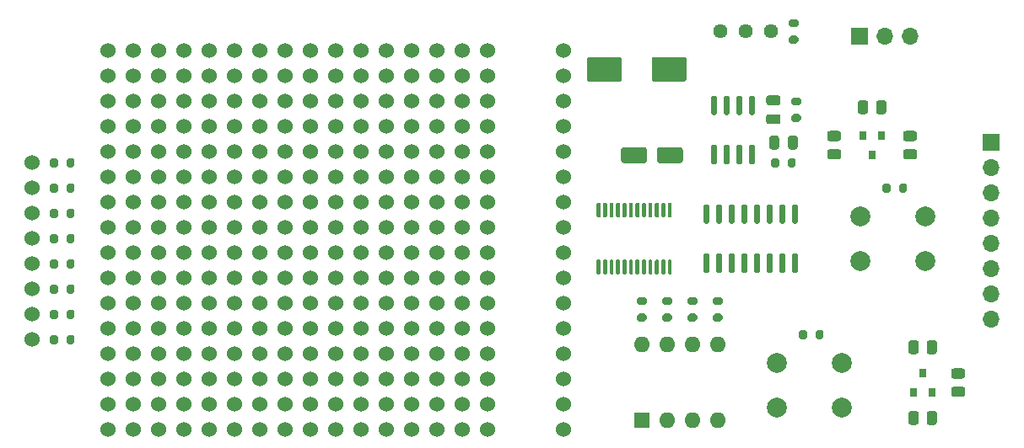
<source format=gbr>
%TF.GenerationSoftware,KiCad,Pcbnew,(5.1.10-1-10_14)*%
%TF.CreationDate,2021-11-01T23:58:36-04:00*%
%TF.ProjectId,DIODE-prototype-board,44494f44-452d-4707-926f-746f74797065,rev?*%
%TF.SameCoordinates,Original*%
%TF.FileFunction,Soldermask,Top*%
%TF.FilePolarity,Negative*%
%FSLAX46Y46*%
G04 Gerber Fmt 4.6, Leading zero omitted, Abs format (unit mm)*
G04 Created by KiCad (PCBNEW (5.1.10-1-10_14)) date 2021-11-01 23:58:36*
%MOMM*%
%LPD*%
G01*
G04 APERTURE LIST*
%ADD10R,0.800000X0.900000*%
%ADD11O,1.700000X1.700000*%
%ADD12R,1.700000X1.700000*%
%ADD13C,1.440000*%
%ADD14C,2.000000*%
%ADD15O,1.600000X1.600000*%
%ADD16R,1.600000X1.600000*%
%ADD17C,1.524000*%
G04 APERTURE END LIST*
%TO.C,R23*%
G36*
G01*
X156610000Y-161486001D02*
X156610000Y-160585999D01*
G75*
G02*
X156859999Y-160336000I249999J0D01*
G01*
X157385001Y-160336000D01*
G75*
G02*
X157635000Y-160585999I0J-249999D01*
G01*
X157635000Y-161486001D01*
G75*
G02*
X157385001Y-161736000I-249999J0D01*
G01*
X156859999Y-161736000D01*
G75*
G02*
X156610000Y-161486001I0J249999D01*
G01*
G37*
G36*
G01*
X154785000Y-161486001D02*
X154785000Y-160585999D01*
G75*
G02*
X155034999Y-160336000I249999J0D01*
G01*
X155560001Y-160336000D01*
G75*
G02*
X155810000Y-160585999I0J-249999D01*
G01*
X155810000Y-161486001D01*
G75*
G02*
X155560001Y-161736000I-249999J0D01*
G01*
X155034999Y-161736000D01*
G75*
G02*
X154785000Y-161486001I0J249999D01*
G01*
G37*
%TD*%
%TO.C,R22*%
G36*
G01*
X156610000Y-168598001D02*
X156610000Y-167697999D01*
G75*
G02*
X156859999Y-167448000I249999J0D01*
G01*
X157385001Y-167448000D01*
G75*
G02*
X157635000Y-167697999I0J-249999D01*
G01*
X157635000Y-168598001D01*
G75*
G02*
X157385001Y-168848000I-249999J0D01*
G01*
X156859999Y-168848000D01*
G75*
G02*
X156610000Y-168598001I0J249999D01*
G01*
G37*
G36*
G01*
X154785000Y-168598001D02*
X154785000Y-167697999D01*
G75*
G02*
X155034999Y-167448000I249999J0D01*
G01*
X155560001Y-167448000D01*
G75*
G02*
X155810000Y-167697999I0J-249999D01*
G01*
X155810000Y-168598001D01*
G75*
G02*
X155560001Y-168848000I-249999J0D01*
G01*
X155034999Y-168848000D01*
G75*
G02*
X154785000Y-168598001I0J249999D01*
G01*
G37*
%TD*%
%TO.C,R21*%
G36*
G01*
X159315999Y-164992000D02*
X160216001Y-164992000D01*
G75*
G02*
X160466000Y-165241999I0J-249999D01*
G01*
X160466000Y-165767001D01*
G75*
G02*
X160216001Y-166017000I-249999J0D01*
G01*
X159315999Y-166017000D01*
G75*
G02*
X159066000Y-165767001I0J249999D01*
G01*
X159066000Y-165241999D01*
G75*
G02*
X159315999Y-164992000I249999J0D01*
G01*
G37*
G36*
G01*
X159315999Y-163167000D02*
X160216001Y-163167000D01*
G75*
G02*
X160466000Y-163416999I0J-249999D01*
G01*
X160466000Y-163942001D01*
G75*
G02*
X160216001Y-164192000I-249999J0D01*
G01*
X159315999Y-164192000D01*
G75*
G02*
X159066000Y-163942001I0J249999D01*
G01*
X159066000Y-163416999D01*
G75*
G02*
X159315999Y-163167000I249999J0D01*
G01*
G37*
%TD*%
%TO.C,R20*%
G36*
G01*
X146869999Y-141116000D02*
X147770001Y-141116000D01*
G75*
G02*
X148020000Y-141365999I0J-249999D01*
G01*
X148020000Y-141891001D01*
G75*
G02*
X147770001Y-142141000I-249999J0D01*
G01*
X146869999Y-142141000D01*
G75*
G02*
X146620000Y-141891001I0J249999D01*
G01*
X146620000Y-141365999D01*
G75*
G02*
X146869999Y-141116000I249999J0D01*
G01*
G37*
G36*
G01*
X146869999Y-139291000D02*
X147770001Y-139291000D01*
G75*
G02*
X148020000Y-139540999I0J-249999D01*
G01*
X148020000Y-140066001D01*
G75*
G02*
X147770001Y-140316000I-249999J0D01*
G01*
X146869999Y-140316000D01*
G75*
G02*
X146620000Y-140066001I0J249999D01*
G01*
X146620000Y-139540999D01*
G75*
G02*
X146869999Y-139291000I249999J0D01*
G01*
G37*
%TD*%
%TO.C,R19*%
G36*
G01*
X155390001Y-140316000D02*
X154489999Y-140316000D01*
G75*
G02*
X154240000Y-140066001I0J249999D01*
G01*
X154240000Y-139540999D01*
G75*
G02*
X154489999Y-139291000I249999J0D01*
G01*
X155390001Y-139291000D01*
G75*
G02*
X155640000Y-139540999I0J-249999D01*
G01*
X155640000Y-140066001D01*
G75*
G02*
X155390001Y-140316000I-249999J0D01*
G01*
G37*
G36*
G01*
X155390001Y-142141000D02*
X154489999Y-142141000D01*
G75*
G02*
X154240000Y-141891001I0J249999D01*
G01*
X154240000Y-141365999D01*
G75*
G02*
X154489999Y-141116000I249999J0D01*
G01*
X155390001Y-141116000D01*
G75*
G02*
X155640000Y-141365999I0J-249999D01*
G01*
X155640000Y-141891001D01*
G75*
G02*
X155390001Y-142141000I-249999J0D01*
G01*
G37*
%TD*%
%TO.C,R18*%
G36*
G01*
X151530000Y-137356001D02*
X151530000Y-136455999D01*
G75*
G02*
X151779999Y-136206000I249999J0D01*
G01*
X152305001Y-136206000D01*
G75*
G02*
X152555000Y-136455999I0J-249999D01*
G01*
X152555000Y-137356001D01*
G75*
G02*
X152305001Y-137606000I-249999J0D01*
G01*
X151779999Y-137606000D01*
G75*
G02*
X151530000Y-137356001I0J249999D01*
G01*
G37*
G36*
G01*
X149705000Y-137356001D02*
X149705000Y-136455999D01*
G75*
G02*
X149954999Y-136206000I249999J0D01*
G01*
X150480001Y-136206000D01*
G75*
G02*
X150730000Y-136455999I0J-249999D01*
G01*
X150730000Y-137356001D01*
G75*
G02*
X150480001Y-137606000I-249999J0D01*
G01*
X149954999Y-137606000D01*
G75*
G02*
X149705000Y-137356001I0J249999D01*
G01*
G37*
%TD*%
D10*
%TO.C,Q2*%
X156210000Y-163592000D03*
X157160000Y-165592000D03*
X155260000Y-165592000D03*
%TD*%
%TO.C,Q1*%
X151130000Y-141716000D03*
X150180000Y-139716000D03*
X152080000Y-139716000D03*
%TD*%
D11*
%TO.C,J1*%
X163068000Y-158242000D03*
X163068000Y-155702000D03*
X163068000Y-153162000D03*
X163068000Y-150622000D03*
X163068000Y-148082000D03*
X163068000Y-145542000D03*
X163068000Y-143002000D03*
D12*
X163068000Y-140462000D03*
%TD*%
%TO.C,R17*%
G36*
G01*
X142665000Y-142769000D02*
X142665000Y-142219000D01*
G75*
G02*
X142865000Y-142019000I200000J0D01*
G01*
X143265000Y-142019000D01*
G75*
G02*
X143465000Y-142219000I0J-200000D01*
G01*
X143465000Y-142769000D01*
G75*
G02*
X143265000Y-142969000I-200000J0D01*
G01*
X142865000Y-142969000D01*
G75*
G02*
X142665000Y-142769000I0J200000D01*
G01*
G37*
G36*
G01*
X141015000Y-142769000D02*
X141015000Y-142219000D01*
G75*
G02*
X141215000Y-142019000I200000J0D01*
G01*
X141615000Y-142019000D01*
G75*
G02*
X141815000Y-142219000I0J-200000D01*
G01*
X141815000Y-142769000D01*
G75*
G02*
X141615000Y-142969000I-200000J0D01*
G01*
X141215000Y-142969000D01*
G75*
G02*
X141015000Y-142769000I0J200000D01*
G01*
G37*
%TD*%
%TO.C,D1*%
G36*
G01*
X141790000Y-140005750D02*
X141790000Y-140918250D01*
G75*
G02*
X141546250Y-141162000I-243750J0D01*
G01*
X141058750Y-141162000D01*
G75*
G02*
X140815000Y-140918250I0J243750D01*
G01*
X140815000Y-140005750D01*
G75*
G02*
X141058750Y-139762000I243750J0D01*
G01*
X141546250Y-139762000D01*
G75*
G02*
X141790000Y-140005750I0J-243750D01*
G01*
G37*
G36*
G01*
X143665000Y-140005750D02*
X143665000Y-140918250D01*
G75*
G02*
X143421250Y-141162000I-243750J0D01*
G01*
X142933750Y-141162000D01*
G75*
G02*
X142690000Y-140918250I0J243750D01*
G01*
X142690000Y-140005750D01*
G75*
G02*
X142933750Y-139762000I243750J0D01*
G01*
X143421250Y-139762000D01*
G75*
G02*
X143665000Y-140005750I0J-243750D01*
G01*
G37*
%TD*%
%TO.C,U4*%
G36*
G01*
X134643000Y-148614000D02*
X134343000Y-148614000D01*
G75*
G02*
X134193000Y-148464000I0J150000D01*
G01*
X134193000Y-146814000D01*
G75*
G02*
X134343000Y-146664000I150000J0D01*
G01*
X134643000Y-146664000D01*
G75*
G02*
X134793000Y-146814000I0J-150000D01*
G01*
X134793000Y-148464000D01*
G75*
G02*
X134643000Y-148614000I-150000J0D01*
G01*
G37*
G36*
G01*
X135913000Y-148614000D02*
X135613000Y-148614000D01*
G75*
G02*
X135463000Y-148464000I0J150000D01*
G01*
X135463000Y-146814000D01*
G75*
G02*
X135613000Y-146664000I150000J0D01*
G01*
X135913000Y-146664000D01*
G75*
G02*
X136063000Y-146814000I0J-150000D01*
G01*
X136063000Y-148464000D01*
G75*
G02*
X135913000Y-148614000I-150000J0D01*
G01*
G37*
G36*
G01*
X137183000Y-148614000D02*
X136883000Y-148614000D01*
G75*
G02*
X136733000Y-148464000I0J150000D01*
G01*
X136733000Y-146814000D01*
G75*
G02*
X136883000Y-146664000I150000J0D01*
G01*
X137183000Y-146664000D01*
G75*
G02*
X137333000Y-146814000I0J-150000D01*
G01*
X137333000Y-148464000D01*
G75*
G02*
X137183000Y-148614000I-150000J0D01*
G01*
G37*
G36*
G01*
X138453000Y-148614000D02*
X138153000Y-148614000D01*
G75*
G02*
X138003000Y-148464000I0J150000D01*
G01*
X138003000Y-146814000D01*
G75*
G02*
X138153000Y-146664000I150000J0D01*
G01*
X138453000Y-146664000D01*
G75*
G02*
X138603000Y-146814000I0J-150000D01*
G01*
X138603000Y-148464000D01*
G75*
G02*
X138453000Y-148614000I-150000J0D01*
G01*
G37*
G36*
G01*
X139723000Y-148614000D02*
X139423000Y-148614000D01*
G75*
G02*
X139273000Y-148464000I0J150000D01*
G01*
X139273000Y-146814000D01*
G75*
G02*
X139423000Y-146664000I150000J0D01*
G01*
X139723000Y-146664000D01*
G75*
G02*
X139873000Y-146814000I0J-150000D01*
G01*
X139873000Y-148464000D01*
G75*
G02*
X139723000Y-148614000I-150000J0D01*
G01*
G37*
G36*
G01*
X140993000Y-148614000D02*
X140693000Y-148614000D01*
G75*
G02*
X140543000Y-148464000I0J150000D01*
G01*
X140543000Y-146814000D01*
G75*
G02*
X140693000Y-146664000I150000J0D01*
G01*
X140993000Y-146664000D01*
G75*
G02*
X141143000Y-146814000I0J-150000D01*
G01*
X141143000Y-148464000D01*
G75*
G02*
X140993000Y-148614000I-150000J0D01*
G01*
G37*
G36*
G01*
X142263000Y-148614000D02*
X141963000Y-148614000D01*
G75*
G02*
X141813000Y-148464000I0J150000D01*
G01*
X141813000Y-146814000D01*
G75*
G02*
X141963000Y-146664000I150000J0D01*
G01*
X142263000Y-146664000D01*
G75*
G02*
X142413000Y-146814000I0J-150000D01*
G01*
X142413000Y-148464000D01*
G75*
G02*
X142263000Y-148614000I-150000J0D01*
G01*
G37*
G36*
G01*
X143533000Y-148614000D02*
X143233000Y-148614000D01*
G75*
G02*
X143083000Y-148464000I0J150000D01*
G01*
X143083000Y-146814000D01*
G75*
G02*
X143233000Y-146664000I150000J0D01*
G01*
X143533000Y-146664000D01*
G75*
G02*
X143683000Y-146814000I0J-150000D01*
G01*
X143683000Y-148464000D01*
G75*
G02*
X143533000Y-148614000I-150000J0D01*
G01*
G37*
G36*
G01*
X143533000Y-153564000D02*
X143233000Y-153564000D01*
G75*
G02*
X143083000Y-153414000I0J150000D01*
G01*
X143083000Y-151764000D01*
G75*
G02*
X143233000Y-151614000I150000J0D01*
G01*
X143533000Y-151614000D01*
G75*
G02*
X143683000Y-151764000I0J-150000D01*
G01*
X143683000Y-153414000D01*
G75*
G02*
X143533000Y-153564000I-150000J0D01*
G01*
G37*
G36*
G01*
X142263000Y-153564000D02*
X141963000Y-153564000D01*
G75*
G02*
X141813000Y-153414000I0J150000D01*
G01*
X141813000Y-151764000D01*
G75*
G02*
X141963000Y-151614000I150000J0D01*
G01*
X142263000Y-151614000D01*
G75*
G02*
X142413000Y-151764000I0J-150000D01*
G01*
X142413000Y-153414000D01*
G75*
G02*
X142263000Y-153564000I-150000J0D01*
G01*
G37*
G36*
G01*
X140993000Y-153564000D02*
X140693000Y-153564000D01*
G75*
G02*
X140543000Y-153414000I0J150000D01*
G01*
X140543000Y-151764000D01*
G75*
G02*
X140693000Y-151614000I150000J0D01*
G01*
X140993000Y-151614000D01*
G75*
G02*
X141143000Y-151764000I0J-150000D01*
G01*
X141143000Y-153414000D01*
G75*
G02*
X140993000Y-153564000I-150000J0D01*
G01*
G37*
G36*
G01*
X139723000Y-153564000D02*
X139423000Y-153564000D01*
G75*
G02*
X139273000Y-153414000I0J150000D01*
G01*
X139273000Y-151764000D01*
G75*
G02*
X139423000Y-151614000I150000J0D01*
G01*
X139723000Y-151614000D01*
G75*
G02*
X139873000Y-151764000I0J-150000D01*
G01*
X139873000Y-153414000D01*
G75*
G02*
X139723000Y-153564000I-150000J0D01*
G01*
G37*
G36*
G01*
X138453000Y-153564000D02*
X138153000Y-153564000D01*
G75*
G02*
X138003000Y-153414000I0J150000D01*
G01*
X138003000Y-151764000D01*
G75*
G02*
X138153000Y-151614000I150000J0D01*
G01*
X138453000Y-151614000D01*
G75*
G02*
X138603000Y-151764000I0J-150000D01*
G01*
X138603000Y-153414000D01*
G75*
G02*
X138453000Y-153564000I-150000J0D01*
G01*
G37*
G36*
G01*
X137183000Y-153564000D02*
X136883000Y-153564000D01*
G75*
G02*
X136733000Y-153414000I0J150000D01*
G01*
X136733000Y-151764000D01*
G75*
G02*
X136883000Y-151614000I150000J0D01*
G01*
X137183000Y-151614000D01*
G75*
G02*
X137333000Y-151764000I0J-150000D01*
G01*
X137333000Y-153414000D01*
G75*
G02*
X137183000Y-153564000I-150000J0D01*
G01*
G37*
G36*
G01*
X135913000Y-153564000D02*
X135613000Y-153564000D01*
G75*
G02*
X135463000Y-153414000I0J150000D01*
G01*
X135463000Y-151764000D01*
G75*
G02*
X135613000Y-151614000I150000J0D01*
G01*
X135913000Y-151614000D01*
G75*
G02*
X136063000Y-151764000I0J-150000D01*
G01*
X136063000Y-153414000D01*
G75*
G02*
X135913000Y-153564000I-150000J0D01*
G01*
G37*
G36*
G01*
X134643000Y-153564000D02*
X134343000Y-153564000D01*
G75*
G02*
X134193000Y-153414000I0J150000D01*
G01*
X134193000Y-151764000D01*
G75*
G02*
X134343000Y-151614000I150000J0D01*
G01*
X134643000Y-151614000D01*
G75*
G02*
X134793000Y-151764000I0J-150000D01*
G01*
X134793000Y-153414000D01*
G75*
G02*
X134643000Y-153564000I-150000J0D01*
G01*
G37*
%TD*%
%TO.C,C3*%
G36*
G01*
X126008000Y-132096000D02*
X126008000Y-134096000D01*
G75*
G02*
X125758000Y-134346000I-250000J0D01*
G01*
X122758000Y-134346000D01*
G75*
G02*
X122508000Y-134096000I0J250000D01*
G01*
X122508000Y-132096000D01*
G75*
G02*
X122758000Y-131846000I250000J0D01*
G01*
X125758000Y-131846000D01*
G75*
G02*
X126008000Y-132096000I0J-250000D01*
G01*
G37*
G36*
G01*
X132508000Y-132096000D02*
X132508000Y-134096000D01*
G75*
G02*
X132258000Y-134346000I-250000J0D01*
G01*
X129258000Y-134346000D01*
G75*
G02*
X129008000Y-134096000I0J250000D01*
G01*
X129008000Y-132096000D01*
G75*
G02*
X129258000Y-131846000I250000J0D01*
G01*
X132258000Y-131846000D01*
G75*
G02*
X132508000Y-132096000I0J-250000D01*
G01*
G37*
%TD*%
%TO.C,C1*%
G36*
G01*
X140749000Y-137610000D02*
X141699000Y-137610000D01*
G75*
G02*
X141949000Y-137860000I0J-250000D01*
G01*
X141949000Y-138360000D01*
G75*
G02*
X141699000Y-138610000I-250000J0D01*
G01*
X140749000Y-138610000D01*
G75*
G02*
X140499000Y-138360000I0J250000D01*
G01*
X140499000Y-137860000D01*
G75*
G02*
X140749000Y-137610000I250000J0D01*
G01*
G37*
G36*
G01*
X140749000Y-135710000D02*
X141699000Y-135710000D01*
G75*
G02*
X141949000Y-135960000I0J-250000D01*
G01*
X141949000Y-136460000D01*
G75*
G02*
X141699000Y-136710000I-250000J0D01*
G01*
X140749000Y-136710000D01*
G75*
G02*
X140499000Y-136460000I0J250000D01*
G01*
X140499000Y-135960000D01*
G75*
G02*
X140749000Y-135710000I250000J0D01*
G01*
G37*
%TD*%
%TO.C,C2*%
G36*
G01*
X128532000Y-141182000D02*
X128532000Y-142282000D01*
G75*
G02*
X128282000Y-142532000I-250000J0D01*
G01*
X126182000Y-142532000D01*
G75*
G02*
X125932000Y-142282000I0J250000D01*
G01*
X125932000Y-141182000D01*
G75*
G02*
X126182000Y-140932000I250000J0D01*
G01*
X128282000Y-140932000D01*
G75*
G02*
X128532000Y-141182000I0J-250000D01*
G01*
G37*
G36*
G01*
X132132000Y-141182000D02*
X132132000Y-142282000D01*
G75*
G02*
X131882000Y-142532000I-250000J0D01*
G01*
X129782000Y-142532000D01*
G75*
G02*
X129532000Y-142282000I0J250000D01*
G01*
X129532000Y-141182000D01*
G75*
G02*
X129782000Y-140932000I250000J0D01*
G01*
X131882000Y-140932000D01*
G75*
G02*
X132132000Y-141182000I0J-250000D01*
G01*
G37*
%TD*%
D13*
%TO.C,RV2*%
X135890000Y-129286000D03*
X138430000Y-129286000D03*
X140970000Y-129286000D03*
%TD*%
D14*
%TO.C,SW4*%
X141582000Y-167132000D03*
X141582000Y-162632000D03*
X148082000Y-167132000D03*
X148082000Y-162632000D03*
%TD*%
%TO.C,SW2*%
X156464000Y-147900000D03*
X156464000Y-152400000D03*
X149964000Y-147900000D03*
X149964000Y-152400000D03*
%TD*%
%TO.C,U3*%
G36*
G01*
X130729000Y-152239000D02*
X130929000Y-152239000D01*
G75*
G02*
X131029000Y-152339000I0J-100000D01*
G01*
X131029000Y-153614000D01*
G75*
G02*
X130929000Y-153714000I-100000J0D01*
G01*
X130729000Y-153714000D01*
G75*
G02*
X130629000Y-153614000I0J100000D01*
G01*
X130629000Y-152339000D01*
G75*
G02*
X130729000Y-152239000I100000J0D01*
G01*
G37*
G36*
G01*
X130079000Y-152239000D02*
X130279000Y-152239000D01*
G75*
G02*
X130379000Y-152339000I0J-100000D01*
G01*
X130379000Y-153614000D01*
G75*
G02*
X130279000Y-153714000I-100000J0D01*
G01*
X130079000Y-153714000D01*
G75*
G02*
X129979000Y-153614000I0J100000D01*
G01*
X129979000Y-152339000D01*
G75*
G02*
X130079000Y-152239000I100000J0D01*
G01*
G37*
G36*
G01*
X129429000Y-152239000D02*
X129629000Y-152239000D01*
G75*
G02*
X129729000Y-152339000I0J-100000D01*
G01*
X129729000Y-153614000D01*
G75*
G02*
X129629000Y-153714000I-100000J0D01*
G01*
X129429000Y-153714000D01*
G75*
G02*
X129329000Y-153614000I0J100000D01*
G01*
X129329000Y-152339000D01*
G75*
G02*
X129429000Y-152239000I100000J0D01*
G01*
G37*
G36*
G01*
X128779000Y-152239000D02*
X128979000Y-152239000D01*
G75*
G02*
X129079000Y-152339000I0J-100000D01*
G01*
X129079000Y-153614000D01*
G75*
G02*
X128979000Y-153714000I-100000J0D01*
G01*
X128779000Y-153714000D01*
G75*
G02*
X128679000Y-153614000I0J100000D01*
G01*
X128679000Y-152339000D01*
G75*
G02*
X128779000Y-152239000I100000J0D01*
G01*
G37*
G36*
G01*
X128129000Y-152239000D02*
X128329000Y-152239000D01*
G75*
G02*
X128429000Y-152339000I0J-100000D01*
G01*
X128429000Y-153614000D01*
G75*
G02*
X128329000Y-153714000I-100000J0D01*
G01*
X128129000Y-153714000D01*
G75*
G02*
X128029000Y-153614000I0J100000D01*
G01*
X128029000Y-152339000D01*
G75*
G02*
X128129000Y-152239000I100000J0D01*
G01*
G37*
G36*
G01*
X127479000Y-152239000D02*
X127679000Y-152239000D01*
G75*
G02*
X127779000Y-152339000I0J-100000D01*
G01*
X127779000Y-153614000D01*
G75*
G02*
X127679000Y-153714000I-100000J0D01*
G01*
X127479000Y-153714000D01*
G75*
G02*
X127379000Y-153614000I0J100000D01*
G01*
X127379000Y-152339000D01*
G75*
G02*
X127479000Y-152239000I100000J0D01*
G01*
G37*
G36*
G01*
X126829000Y-152239000D02*
X127029000Y-152239000D01*
G75*
G02*
X127129000Y-152339000I0J-100000D01*
G01*
X127129000Y-153614000D01*
G75*
G02*
X127029000Y-153714000I-100000J0D01*
G01*
X126829000Y-153714000D01*
G75*
G02*
X126729000Y-153614000I0J100000D01*
G01*
X126729000Y-152339000D01*
G75*
G02*
X126829000Y-152239000I100000J0D01*
G01*
G37*
G36*
G01*
X126179000Y-152239000D02*
X126379000Y-152239000D01*
G75*
G02*
X126479000Y-152339000I0J-100000D01*
G01*
X126479000Y-153614000D01*
G75*
G02*
X126379000Y-153714000I-100000J0D01*
G01*
X126179000Y-153714000D01*
G75*
G02*
X126079000Y-153614000I0J100000D01*
G01*
X126079000Y-152339000D01*
G75*
G02*
X126179000Y-152239000I100000J0D01*
G01*
G37*
G36*
G01*
X125529000Y-152239000D02*
X125729000Y-152239000D01*
G75*
G02*
X125829000Y-152339000I0J-100000D01*
G01*
X125829000Y-153614000D01*
G75*
G02*
X125729000Y-153714000I-100000J0D01*
G01*
X125529000Y-153714000D01*
G75*
G02*
X125429000Y-153614000I0J100000D01*
G01*
X125429000Y-152339000D01*
G75*
G02*
X125529000Y-152239000I100000J0D01*
G01*
G37*
G36*
G01*
X124879000Y-152239000D02*
X125079000Y-152239000D01*
G75*
G02*
X125179000Y-152339000I0J-100000D01*
G01*
X125179000Y-153614000D01*
G75*
G02*
X125079000Y-153714000I-100000J0D01*
G01*
X124879000Y-153714000D01*
G75*
G02*
X124779000Y-153614000I0J100000D01*
G01*
X124779000Y-152339000D01*
G75*
G02*
X124879000Y-152239000I100000J0D01*
G01*
G37*
G36*
G01*
X124229000Y-152239000D02*
X124429000Y-152239000D01*
G75*
G02*
X124529000Y-152339000I0J-100000D01*
G01*
X124529000Y-153614000D01*
G75*
G02*
X124429000Y-153714000I-100000J0D01*
G01*
X124229000Y-153714000D01*
G75*
G02*
X124129000Y-153614000I0J100000D01*
G01*
X124129000Y-152339000D01*
G75*
G02*
X124229000Y-152239000I100000J0D01*
G01*
G37*
G36*
G01*
X123579000Y-152239000D02*
X123779000Y-152239000D01*
G75*
G02*
X123879000Y-152339000I0J-100000D01*
G01*
X123879000Y-153614000D01*
G75*
G02*
X123779000Y-153714000I-100000J0D01*
G01*
X123579000Y-153714000D01*
G75*
G02*
X123479000Y-153614000I0J100000D01*
G01*
X123479000Y-152339000D01*
G75*
G02*
X123579000Y-152239000I100000J0D01*
G01*
G37*
G36*
G01*
X123579000Y-146514000D02*
X123779000Y-146514000D01*
G75*
G02*
X123879000Y-146614000I0J-100000D01*
G01*
X123879000Y-147889000D01*
G75*
G02*
X123779000Y-147989000I-100000J0D01*
G01*
X123579000Y-147989000D01*
G75*
G02*
X123479000Y-147889000I0J100000D01*
G01*
X123479000Y-146614000D01*
G75*
G02*
X123579000Y-146514000I100000J0D01*
G01*
G37*
G36*
G01*
X124229000Y-146514000D02*
X124429000Y-146514000D01*
G75*
G02*
X124529000Y-146614000I0J-100000D01*
G01*
X124529000Y-147889000D01*
G75*
G02*
X124429000Y-147989000I-100000J0D01*
G01*
X124229000Y-147989000D01*
G75*
G02*
X124129000Y-147889000I0J100000D01*
G01*
X124129000Y-146614000D01*
G75*
G02*
X124229000Y-146514000I100000J0D01*
G01*
G37*
G36*
G01*
X124879000Y-146514000D02*
X125079000Y-146514000D01*
G75*
G02*
X125179000Y-146614000I0J-100000D01*
G01*
X125179000Y-147889000D01*
G75*
G02*
X125079000Y-147989000I-100000J0D01*
G01*
X124879000Y-147989000D01*
G75*
G02*
X124779000Y-147889000I0J100000D01*
G01*
X124779000Y-146614000D01*
G75*
G02*
X124879000Y-146514000I100000J0D01*
G01*
G37*
G36*
G01*
X125529000Y-146514000D02*
X125729000Y-146514000D01*
G75*
G02*
X125829000Y-146614000I0J-100000D01*
G01*
X125829000Y-147889000D01*
G75*
G02*
X125729000Y-147989000I-100000J0D01*
G01*
X125529000Y-147989000D01*
G75*
G02*
X125429000Y-147889000I0J100000D01*
G01*
X125429000Y-146614000D01*
G75*
G02*
X125529000Y-146514000I100000J0D01*
G01*
G37*
G36*
G01*
X126179000Y-146514000D02*
X126379000Y-146514000D01*
G75*
G02*
X126479000Y-146614000I0J-100000D01*
G01*
X126479000Y-147889000D01*
G75*
G02*
X126379000Y-147989000I-100000J0D01*
G01*
X126179000Y-147989000D01*
G75*
G02*
X126079000Y-147889000I0J100000D01*
G01*
X126079000Y-146614000D01*
G75*
G02*
X126179000Y-146514000I100000J0D01*
G01*
G37*
G36*
G01*
X126829000Y-146514000D02*
X127029000Y-146514000D01*
G75*
G02*
X127129000Y-146614000I0J-100000D01*
G01*
X127129000Y-147889000D01*
G75*
G02*
X127029000Y-147989000I-100000J0D01*
G01*
X126829000Y-147989000D01*
G75*
G02*
X126729000Y-147889000I0J100000D01*
G01*
X126729000Y-146614000D01*
G75*
G02*
X126829000Y-146514000I100000J0D01*
G01*
G37*
G36*
G01*
X127479000Y-146514000D02*
X127679000Y-146514000D01*
G75*
G02*
X127779000Y-146614000I0J-100000D01*
G01*
X127779000Y-147889000D01*
G75*
G02*
X127679000Y-147989000I-100000J0D01*
G01*
X127479000Y-147989000D01*
G75*
G02*
X127379000Y-147889000I0J100000D01*
G01*
X127379000Y-146614000D01*
G75*
G02*
X127479000Y-146514000I100000J0D01*
G01*
G37*
G36*
G01*
X128129000Y-146514000D02*
X128329000Y-146514000D01*
G75*
G02*
X128429000Y-146614000I0J-100000D01*
G01*
X128429000Y-147889000D01*
G75*
G02*
X128329000Y-147989000I-100000J0D01*
G01*
X128129000Y-147989000D01*
G75*
G02*
X128029000Y-147889000I0J100000D01*
G01*
X128029000Y-146614000D01*
G75*
G02*
X128129000Y-146514000I100000J0D01*
G01*
G37*
G36*
G01*
X128779000Y-146514000D02*
X128979000Y-146514000D01*
G75*
G02*
X129079000Y-146614000I0J-100000D01*
G01*
X129079000Y-147889000D01*
G75*
G02*
X128979000Y-147989000I-100000J0D01*
G01*
X128779000Y-147989000D01*
G75*
G02*
X128679000Y-147889000I0J100000D01*
G01*
X128679000Y-146614000D01*
G75*
G02*
X128779000Y-146514000I100000J0D01*
G01*
G37*
G36*
G01*
X129429000Y-146514000D02*
X129629000Y-146514000D01*
G75*
G02*
X129729000Y-146614000I0J-100000D01*
G01*
X129729000Y-147889000D01*
G75*
G02*
X129629000Y-147989000I-100000J0D01*
G01*
X129429000Y-147989000D01*
G75*
G02*
X129329000Y-147889000I0J100000D01*
G01*
X129329000Y-146614000D01*
G75*
G02*
X129429000Y-146514000I100000J0D01*
G01*
G37*
G36*
G01*
X130079000Y-146514000D02*
X130279000Y-146514000D01*
G75*
G02*
X130379000Y-146614000I0J-100000D01*
G01*
X130379000Y-147889000D01*
G75*
G02*
X130279000Y-147989000I-100000J0D01*
G01*
X130079000Y-147989000D01*
G75*
G02*
X129979000Y-147889000I0J100000D01*
G01*
X129979000Y-146614000D01*
G75*
G02*
X130079000Y-146514000I100000J0D01*
G01*
G37*
G36*
G01*
X130729000Y-146514000D02*
X130929000Y-146514000D01*
G75*
G02*
X131029000Y-146614000I0J-100000D01*
G01*
X131029000Y-147889000D01*
G75*
G02*
X130929000Y-147989000I-100000J0D01*
G01*
X130729000Y-147989000D01*
G75*
G02*
X130629000Y-147889000I0J100000D01*
G01*
X130629000Y-146614000D01*
G75*
G02*
X130729000Y-146514000I100000J0D01*
G01*
G37*
%TD*%
%TO.C,U2*%
G36*
G01*
X135405000Y-137692000D02*
X135105000Y-137692000D01*
G75*
G02*
X134955000Y-137542000I0J150000D01*
G01*
X134955000Y-135892000D01*
G75*
G02*
X135105000Y-135742000I150000J0D01*
G01*
X135405000Y-135742000D01*
G75*
G02*
X135555000Y-135892000I0J-150000D01*
G01*
X135555000Y-137542000D01*
G75*
G02*
X135405000Y-137692000I-150000J0D01*
G01*
G37*
G36*
G01*
X136675000Y-137692000D02*
X136375000Y-137692000D01*
G75*
G02*
X136225000Y-137542000I0J150000D01*
G01*
X136225000Y-135892000D01*
G75*
G02*
X136375000Y-135742000I150000J0D01*
G01*
X136675000Y-135742000D01*
G75*
G02*
X136825000Y-135892000I0J-150000D01*
G01*
X136825000Y-137542000D01*
G75*
G02*
X136675000Y-137692000I-150000J0D01*
G01*
G37*
G36*
G01*
X137945000Y-137692000D02*
X137645000Y-137692000D01*
G75*
G02*
X137495000Y-137542000I0J150000D01*
G01*
X137495000Y-135892000D01*
G75*
G02*
X137645000Y-135742000I150000J0D01*
G01*
X137945000Y-135742000D01*
G75*
G02*
X138095000Y-135892000I0J-150000D01*
G01*
X138095000Y-137542000D01*
G75*
G02*
X137945000Y-137692000I-150000J0D01*
G01*
G37*
G36*
G01*
X139215000Y-137692000D02*
X138915000Y-137692000D01*
G75*
G02*
X138765000Y-137542000I0J150000D01*
G01*
X138765000Y-135892000D01*
G75*
G02*
X138915000Y-135742000I150000J0D01*
G01*
X139215000Y-135742000D01*
G75*
G02*
X139365000Y-135892000I0J-150000D01*
G01*
X139365000Y-137542000D01*
G75*
G02*
X139215000Y-137692000I-150000J0D01*
G01*
G37*
G36*
G01*
X139215000Y-142642000D02*
X138915000Y-142642000D01*
G75*
G02*
X138765000Y-142492000I0J150000D01*
G01*
X138765000Y-140842000D01*
G75*
G02*
X138915000Y-140692000I150000J0D01*
G01*
X139215000Y-140692000D01*
G75*
G02*
X139365000Y-140842000I0J-150000D01*
G01*
X139365000Y-142492000D01*
G75*
G02*
X139215000Y-142642000I-150000J0D01*
G01*
G37*
G36*
G01*
X137945000Y-142642000D02*
X137645000Y-142642000D01*
G75*
G02*
X137495000Y-142492000I0J150000D01*
G01*
X137495000Y-140842000D01*
G75*
G02*
X137645000Y-140692000I150000J0D01*
G01*
X137945000Y-140692000D01*
G75*
G02*
X138095000Y-140842000I0J-150000D01*
G01*
X138095000Y-142492000D01*
G75*
G02*
X137945000Y-142642000I-150000J0D01*
G01*
G37*
G36*
G01*
X136675000Y-142642000D02*
X136375000Y-142642000D01*
G75*
G02*
X136225000Y-142492000I0J150000D01*
G01*
X136225000Y-140842000D01*
G75*
G02*
X136375000Y-140692000I150000J0D01*
G01*
X136675000Y-140692000D01*
G75*
G02*
X136825000Y-140842000I0J-150000D01*
G01*
X136825000Y-142492000D01*
G75*
G02*
X136675000Y-142642000I-150000J0D01*
G01*
G37*
G36*
G01*
X135405000Y-142642000D02*
X135105000Y-142642000D01*
G75*
G02*
X134955000Y-142492000I0J150000D01*
G01*
X134955000Y-140842000D01*
G75*
G02*
X135105000Y-140692000I150000J0D01*
G01*
X135405000Y-140692000D01*
G75*
G02*
X135555000Y-140842000I0J-150000D01*
G01*
X135555000Y-142492000D01*
G75*
G02*
X135405000Y-142642000I-150000J0D01*
G01*
G37*
%TD*%
D15*
%TO.C,SW3*%
X128016000Y-160782000D03*
X135636000Y-168402000D03*
X130556000Y-160782000D03*
X133096000Y-168402000D03*
X133096000Y-160782000D03*
X130556000Y-168402000D03*
X135636000Y-160782000D03*
D16*
X128016000Y-168402000D03*
%TD*%
D11*
%TO.C,SW1*%
X154940000Y-129794000D03*
X152400000Y-129794000D03*
D12*
X149860000Y-129794000D03*
%TD*%
%TO.C,R16*%
G36*
G01*
X127741000Y-157651000D02*
X128291000Y-157651000D01*
G75*
G02*
X128491000Y-157851000I0J-200000D01*
G01*
X128491000Y-158251000D01*
G75*
G02*
X128291000Y-158451000I-200000J0D01*
G01*
X127741000Y-158451000D01*
G75*
G02*
X127541000Y-158251000I0J200000D01*
G01*
X127541000Y-157851000D01*
G75*
G02*
X127741000Y-157651000I200000J0D01*
G01*
G37*
G36*
G01*
X127741000Y-156001000D02*
X128291000Y-156001000D01*
G75*
G02*
X128491000Y-156201000I0J-200000D01*
G01*
X128491000Y-156601000D01*
G75*
G02*
X128291000Y-156801000I-200000J0D01*
G01*
X127741000Y-156801000D01*
G75*
G02*
X127541000Y-156601000I0J200000D01*
G01*
X127541000Y-156201000D01*
G75*
G02*
X127741000Y-156001000I200000J0D01*
G01*
G37*
%TD*%
%TO.C,R15*%
G36*
G01*
X130281000Y-157651000D02*
X130831000Y-157651000D01*
G75*
G02*
X131031000Y-157851000I0J-200000D01*
G01*
X131031000Y-158251000D01*
G75*
G02*
X130831000Y-158451000I-200000J0D01*
G01*
X130281000Y-158451000D01*
G75*
G02*
X130081000Y-158251000I0J200000D01*
G01*
X130081000Y-157851000D01*
G75*
G02*
X130281000Y-157651000I200000J0D01*
G01*
G37*
G36*
G01*
X130281000Y-156001000D02*
X130831000Y-156001000D01*
G75*
G02*
X131031000Y-156201000I0J-200000D01*
G01*
X131031000Y-156601000D01*
G75*
G02*
X130831000Y-156801000I-200000J0D01*
G01*
X130281000Y-156801000D01*
G75*
G02*
X130081000Y-156601000I0J200000D01*
G01*
X130081000Y-156201000D01*
G75*
G02*
X130281000Y-156001000I200000J0D01*
G01*
G37*
%TD*%
%TO.C,R14*%
G36*
G01*
X132821000Y-157651000D02*
X133371000Y-157651000D01*
G75*
G02*
X133571000Y-157851000I0J-200000D01*
G01*
X133571000Y-158251000D01*
G75*
G02*
X133371000Y-158451000I-200000J0D01*
G01*
X132821000Y-158451000D01*
G75*
G02*
X132621000Y-158251000I0J200000D01*
G01*
X132621000Y-157851000D01*
G75*
G02*
X132821000Y-157651000I200000J0D01*
G01*
G37*
G36*
G01*
X132821000Y-156001000D02*
X133371000Y-156001000D01*
G75*
G02*
X133571000Y-156201000I0J-200000D01*
G01*
X133571000Y-156601000D01*
G75*
G02*
X133371000Y-156801000I-200000J0D01*
G01*
X132821000Y-156801000D01*
G75*
G02*
X132621000Y-156601000I0J200000D01*
G01*
X132621000Y-156201000D01*
G75*
G02*
X132821000Y-156001000I200000J0D01*
G01*
G37*
%TD*%
%TO.C,R13*%
G36*
G01*
X135361000Y-157651000D02*
X135911000Y-157651000D01*
G75*
G02*
X136111000Y-157851000I0J-200000D01*
G01*
X136111000Y-158251000D01*
G75*
G02*
X135911000Y-158451000I-200000J0D01*
G01*
X135361000Y-158451000D01*
G75*
G02*
X135161000Y-158251000I0J200000D01*
G01*
X135161000Y-157851000D01*
G75*
G02*
X135361000Y-157651000I200000J0D01*
G01*
G37*
G36*
G01*
X135361000Y-156001000D02*
X135911000Y-156001000D01*
G75*
G02*
X136111000Y-156201000I0J-200000D01*
G01*
X136111000Y-156601000D01*
G75*
G02*
X135911000Y-156801000I-200000J0D01*
G01*
X135361000Y-156801000D01*
G75*
G02*
X135161000Y-156601000I0J200000D01*
G01*
X135161000Y-156201000D01*
G75*
G02*
X135361000Y-156001000I200000J0D01*
G01*
G37*
%TD*%
%TO.C,R12*%
G36*
G01*
X144609000Y-159491000D02*
X144609000Y-160041000D01*
G75*
G02*
X144409000Y-160241000I-200000J0D01*
G01*
X144009000Y-160241000D01*
G75*
G02*
X143809000Y-160041000I0J200000D01*
G01*
X143809000Y-159491000D01*
G75*
G02*
X144009000Y-159291000I200000J0D01*
G01*
X144409000Y-159291000D01*
G75*
G02*
X144609000Y-159491000I0J-200000D01*
G01*
G37*
G36*
G01*
X146259000Y-159491000D02*
X146259000Y-160041000D01*
G75*
G02*
X146059000Y-160241000I-200000J0D01*
G01*
X145659000Y-160241000D01*
G75*
G02*
X145459000Y-160041000I0J200000D01*
G01*
X145459000Y-159491000D01*
G75*
G02*
X145659000Y-159291000I200000J0D01*
G01*
X146059000Y-159291000D01*
G75*
G02*
X146259000Y-159491000I0J-200000D01*
G01*
G37*
%TD*%
%TO.C,R11*%
G36*
G01*
X152991000Y-144759000D02*
X152991000Y-145309000D01*
G75*
G02*
X152791000Y-145509000I-200000J0D01*
G01*
X152391000Y-145509000D01*
G75*
G02*
X152191000Y-145309000I0J200000D01*
G01*
X152191000Y-144759000D01*
G75*
G02*
X152391000Y-144559000I200000J0D01*
G01*
X152791000Y-144559000D01*
G75*
G02*
X152991000Y-144759000I0J-200000D01*
G01*
G37*
G36*
G01*
X154641000Y-144759000D02*
X154641000Y-145309000D01*
G75*
G02*
X154441000Y-145509000I-200000J0D01*
G01*
X154041000Y-145509000D01*
G75*
G02*
X153841000Y-145309000I0J200000D01*
G01*
X153841000Y-144759000D01*
G75*
G02*
X154041000Y-144559000I200000J0D01*
G01*
X154441000Y-144559000D01*
G75*
G02*
X154641000Y-144759000I0J-200000D01*
G01*
G37*
%TD*%
%TO.C,R10*%
G36*
G01*
X143235000Y-137585000D02*
X143785000Y-137585000D01*
G75*
G02*
X143985000Y-137785000I0J-200000D01*
G01*
X143985000Y-138185000D01*
G75*
G02*
X143785000Y-138385000I-200000J0D01*
G01*
X143235000Y-138385000D01*
G75*
G02*
X143035000Y-138185000I0J200000D01*
G01*
X143035000Y-137785000D01*
G75*
G02*
X143235000Y-137585000I200000J0D01*
G01*
G37*
G36*
G01*
X143235000Y-135935000D02*
X143785000Y-135935000D01*
G75*
G02*
X143985000Y-136135000I0J-200000D01*
G01*
X143985000Y-136535000D01*
G75*
G02*
X143785000Y-136735000I-200000J0D01*
G01*
X143235000Y-136735000D01*
G75*
G02*
X143035000Y-136535000I0J200000D01*
G01*
X143035000Y-136135000D01*
G75*
G02*
X143235000Y-135935000I200000J0D01*
G01*
G37*
%TD*%
%TO.C,R9*%
G36*
G01*
X70275000Y-142769000D02*
X70275000Y-142219000D01*
G75*
G02*
X70475000Y-142019000I200000J0D01*
G01*
X70875000Y-142019000D01*
G75*
G02*
X71075000Y-142219000I0J-200000D01*
G01*
X71075000Y-142769000D01*
G75*
G02*
X70875000Y-142969000I-200000J0D01*
G01*
X70475000Y-142969000D01*
G75*
G02*
X70275000Y-142769000I0J200000D01*
G01*
G37*
G36*
G01*
X68625000Y-142769000D02*
X68625000Y-142219000D01*
G75*
G02*
X68825000Y-142019000I200000J0D01*
G01*
X69225000Y-142019000D01*
G75*
G02*
X69425000Y-142219000I0J-200000D01*
G01*
X69425000Y-142769000D01*
G75*
G02*
X69225000Y-142969000I-200000J0D01*
G01*
X68825000Y-142969000D01*
G75*
G02*
X68625000Y-142769000I0J200000D01*
G01*
G37*
%TD*%
%TO.C,R8*%
G36*
G01*
X70275000Y-145309000D02*
X70275000Y-144759000D01*
G75*
G02*
X70475000Y-144559000I200000J0D01*
G01*
X70875000Y-144559000D01*
G75*
G02*
X71075000Y-144759000I0J-200000D01*
G01*
X71075000Y-145309000D01*
G75*
G02*
X70875000Y-145509000I-200000J0D01*
G01*
X70475000Y-145509000D01*
G75*
G02*
X70275000Y-145309000I0J200000D01*
G01*
G37*
G36*
G01*
X68625000Y-145309000D02*
X68625000Y-144759000D01*
G75*
G02*
X68825000Y-144559000I200000J0D01*
G01*
X69225000Y-144559000D01*
G75*
G02*
X69425000Y-144759000I0J-200000D01*
G01*
X69425000Y-145309000D01*
G75*
G02*
X69225000Y-145509000I-200000J0D01*
G01*
X68825000Y-145509000D01*
G75*
G02*
X68625000Y-145309000I0J200000D01*
G01*
G37*
%TD*%
%TO.C,R7*%
G36*
G01*
X70275000Y-147849000D02*
X70275000Y-147299000D01*
G75*
G02*
X70475000Y-147099000I200000J0D01*
G01*
X70875000Y-147099000D01*
G75*
G02*
X71075000Y-147299000I0J-200000D01*
G01*
X71075000Y-147849000D01*
G75*
G02*
X70875000Y-148049000I-200000J0D01*
G01*
X70475000Y-148049000D01*
G75*
G02*
X70275000Y-147849000I0J200000D01*
G01*
G37*
G36*
G01*
X68625000Y-147849000D02*
X68625000Y-147299000D01*
G75*
G02*
X68825000Y-147099000I200000J0D01*
G01*
X69225000Y-147099000D01*
G75*
G02*
X69425000Y-147299000I0J-200000D01*
G01*
X69425000Y-147849000D01*
G75*
G02*
X69225000Y-148049000I-200000J0D01*
G01*
X68825000Y-148049000D01*
G75*
G02*
X68625000Y-147849000I0J200000D01*
G01*
G37*
%TD*%
%TO.C,R6*%
G36*
G01*
X70275000Y-150389000D02*
X70275000Y-149839000D01*
G75*
G02*
X70475000Y-149639000I200000J0D01*
G01*
X70875000Y-149639000D01*
G75*
G02*
X71075000Y-149839000I0J-200000D01*
G01*
X71075000Y-150389000D01*
G75*
G02*
X70875000Y-150589000I-200000J0D01*
G01*
X70475000Y-150589000D01*
G75*
G02*
X70275000Y-150389000I0J200000D01*
G01*
G37*
G36*
G01*
X68625000Y-150389000D02*
X68625000Y-149839000D01*
G75*
G02*
X68825000Y-149639000I200000J0D01*
G01*
X69225000Y-149639000D01*
G75*
G02*
X69425000Y-149839000I0J-200000D01*
G01*
X69425000Y-150389000D01*
G75*
G02*
X69225000Y-150589000I-200000J0D01*
G01*
X68825000Y-150589000D01*
G75*
G02*
X68625000Y-150389000I0J200000D01*
G01*
G37*
%TD*%
%TO.C,R5*%
G36*
G01*
X142981000Y-129711000D02*
X143531000Y-129711000D01*
G75*
G02*
X143731000Y-129911000I0J-200000D01*
G01*
X143731000Y-130311000D01*
G75*
G02*
X143531000Y-130511000I-200000J0D01*
G01*
X142981000Y-130511000D01*
G75*
G02*
X142781000Y-130311000I0J200000D01*
G01*
X142781000Y-129911000D01*
G75*
G02*
X142981000Y-129711000I200000J0D01*
G01*
G37*
G36*
G01*
X142981000Y-128061000D02*
X143531000Y-128061000D01*
G75*
G02*
X143731000Y-128261000I0J-200000D01*
G01*
X143731000Y-128661000D01*
G75*
G02*
X143531000Y-128861000I-200000J0D01*
G01*
X142981000Y-128861000D01*
G75*
G02*
X142781000Y-128661000I0J200000D01*
G01*
X142781000Y-128261000D01*
G75*
G02*
X142981000Y-128061000I200000J0D01*
G01*
G37*
%TD*%
%TO.C,R4*%
G36*
G01*
X70275000Y-152929000D02*
X70275000Y-152379000D01*
G75*
G02*
X70475000Y-152179000I200000J0D01*
G01*
X70875000Y-152179000D01*
G75*
G02*
X71075000Y-152379000I0J-200000D01*
G01*
X71075000Y-152929000D01*
G75*
G02*
X70875000Y-153129000I-200000J0D01*
G01*
X70475000Y-153129000D01*
G75*
G02*
X70275000Y-152929000I0J200000D01*
G01*
G37*
G36*
G01*
X68625000Y-152929000D02*
X68625000Y-152379000D01*
G75*
G02*
X68825000Y-152179000I200000J0D01*
G01*
X69225000Y-152179000D01*
G75*
G02*
X69425000Y-152379000I0J-200000D01*
G01*
X69425000Y-152929000D01*
G75*
G02*
X69225000Y-153129000I-200000J0D01*
G01*
X68825000Y-153129000D01*
G75*
G02*
X68625000Y-152929000I0J200000D01*
G01*
G37*
%TD*%
%TO.C,R3*%
G36*
G01*
X70275000Y-155469000D02*
X70275000Y-154919000D01*
G75*
G02*
X70475000Y-154719000I200000J0D01*
G01*
X70875000Y-154719000D01*
G75*
G02*
X71075000Y-154919000I0J-200000D01*
G01*
X71075000Y-155469000D01*
G75*
G02*
X70875000Y-155669000I-200000J0D01*
G01*
X70475000Y-155669000D01*
G75*
G02*
X70275000Y-155469000I0J200000D01*
G01*
G37*
G36*
G01*
X68625000Y-155469000D02*
X68625000Y-154919000D01*
G75*
G02*
X68825000Y-154719000I200000J0D01*
G01*
X69225000Y-154719000D01*
G75*
G02*
X69425000Y-154919000I0J-200000D01*
G01*
X69425000Y-155469000D01*
G75*
G02*
X69225000Y-155669000I-200000J0D01*
G01*
X68825000Y-155669000D01*
G75*
G02*
X68625000Y-155469000I0J200000D01*
G01*
G37*
%TD*%
%TO.C,R2*%
G36*
G01*
X70275000Y-158009000D02*
X70275000Y-157459000D01*
G75*
G02*
X70475000Y-157259000I200000J0D01*
G01*
X70875000Y-157259000D01*
G75*
G02*
X71075000Y-157459000I0J-200000D01*
G01*
X71075000Y-158009000D01*
G75*
G02*
X70875000Y-158209000I-200000J0D01*
G01*
X70475000Y-158209000D01*
G75*
G02*
X70275000Y-158009000I0J200000D01*
G01*
G37*
G36*
G01*
X68625000Y-158009000D02*
X68625000Y-157459000D01*
G75*
G02*
X68825000Y-157259000I200000J0D01*
G01*
X69225000Y-157259000D01*
G75*
G02*
X69425000Y-157459000I0J-200000D01*
G01*
X69425000Y-158009000D01*
G75*
G02*
X69225000Y-158209000I-200000J0D01*
G01*
X68825000Y-158209000D01*
G75*
G02*
X68625000Y-158009000I0J200000D01*
G01*
G37*
%TD*%
%TO.C,R1*%
G36*
G01*
X70275000Y-160549000D02*
X70275000Y-159999000D01*
G75*
G02*
X70475000Y-159799000I200000J0D01*
G01*
X70875000Y-159799000D01*
G75*
G02*
X71075000Y-159999000I0J-200000D01*
G01*
X71075000Y-160549000D01*
G75*
G02*
X70875000Y-160749000I-200000J0D01*
G01*
X70475000Y-160749000D01*
G75*
G02*
X70275000Y-160549000I0J200000D01*
G01*
G37*
G36*
G01*
X68625000Y-160549000D02*
X68625000Y-159999000D01*
G75*
G02*
X68825000Y-159799000I200000J0D01*
G01*
X69225000Y-159799000D01*
G75*
G02*
X69425000Y-159999000I0J-200000D01*
G01*
X69425000Y-160549000D01*
G75*
G02*
X69225000Y-160749000I-200000J0D01*
G01*
X68825000Y-160749000D01*
G75*
G02*
X68625000Y-160549000I0J200000D01*
G01*
G37*
%TD*%
D17*
%TO.C,U1*%
X112522000Y-159174000D03*
X112522000Y-141394000D03*
X112522000Y-169334000D03*
X112522000Y-154094000D03*
X112522000Y-138854000D03*
X112522000Y-151554000D03*
X112522000Y-131234000D03*
X112522000Y-166794000D03*
X112522000Y-136314000D03*
X112522000Y-161714000D03*
X112522000Y-146474000D03*
X112522000Y-149014000D03*
X112522000Y-143934000D03*
X112522000Y-156634000D03*
X112522000Y-164254000D03*
X112522000Y-133774000D03*
X120142000Y-169334000D03*
X120142000Y-161714000D03*
X120142000Y-166794000D03*
X120142000Y-164254000D03*
X120142000Y-156634000D03*
X120142000Y-151554000D03*
X120142000Y-159174000D03*
X120142000Y-154094000D03*
X120142000Y-149014000D03*
X120142000Y-146474000D03*
X120142000Y-143934000D03*
X120142000Y-141394000D03*
X120142000Y-138854000D03*
X120142000Y-136314000D03*
X120142000Y-133774000D03*
X120142000Y-131234000D03*
X66802000Y-142494000D03*
X66802000Y-145034000D03*
X66802000Y-147574000D03*
X66802000Y-150114000D03*
X66802000Y-152654000D03*
X66802000Y-155194000D03*
X66802000Y-157734000D03*
X66802000Y-160274000D03*
X107442000Y-143934000D03*
X107442000Y-156634000D03*
X107442000Y-164254000D03*
X107442000Y-133774000D03*
X107442000Y-166794000D03*
X107442000Y-136314000D03*
X107442000Y-161714000D03*
X107442000Y-146474000D03*
X107442000Y-149014000D03*
X107442000Y-159174000D03*
X107442000Y-141394000D03*
X107442000Y-169334000D03*
X107442000Y-154094000D03*
X107442000Y-138854000D03*
X107442000Y-151554000D03*
X107442000Y-131234000D03*
X102362000Y-143934000D03*
X102362000Y-156634000D03*
X102362000Y-164254000D03*
X102362000Y-133774000D03*
X102362000Y-166794000D03*
X102362000Y-136314000D03*
X102362000Y-161714000D03*
X102362000Y-146474000D03*
X102362000Y-149014000D03*
X102362000Y-159174000D03*
X102362000Y-141394000D03*
X102362000Y-169334000D03*
X102362000Y-154094000D03*
X102362000Y-138854000D03*
X102362000Y-151554000D03*
X102362000Y-131234000D03*
X97282000Y-143934000D03*
X97282000Y-156634000D03*
X97282000Y-164254000D03*
X97282000Y-133774000D03*
X97282000Y-166794000D03*
X97282000Y-136314000D03*
X97282000Y-161714000D03*
X97282000Y-146474000D03*
X97282000Y-149014000D03*
X97282000Y-159174000D03*
X97282000Y-141394000D03*
X97282000Y-169334000D03*
X97282000Y-154094000D03*
X97282000Y-138854000D03*
X97282000Y-151554000D03*
X97282000Y-131234000D03*
X92202000Y-156634000D03*
X92202000Y-164254000D03*
X92202000Y-133774000D03*
X92202000Y-166794000D03*
X92202000Y-136314000D03*
X92202000Y-161714000D03*
X92202000Y-146474000D03*
X92202000Y-149014000D03*
X92202000Y-159174000D03*
X92202000Y-141394000D03*
X92202000Y-169334000D03*
X92202000Y-154094000D03*
X92202000Y-138854000D03*
X92202000Y-151554000D03*
X92202000Y-131234000D03*
X92202000Y-143934000D03*
X87122000Y-136314000D03*
X87122000Y-154094000D03*
X87122000Y-149014000D03*
X87122000Y-138854000D03*
X87122000Y-131234000D03*
X87122000Y-143934000D03*
X87122000Y-169334000D03*
X87122000Y-141394000D03*
X87122000Y-164254000D03*
X87122000Y-146474000D03*
X87122000Y-151554000D03*
X87122000Y-133774000D03*
X87122000Y-159174000D03*
X87122000Y-166794000D03*
X87122000Y-161714000D03*
X87122000Y-156634000D03*
X82042000Y-149014000D03*
X82042000Y-141394000D03*
X82042000Y-146474000D03*
X82042000Y-143934000D03*
X82042000Y-136314000D03*
X82042000Y-131234000D03*
X82042000Y-138854000D03*
X82042000Y-154094000D03*
X82042000Y-133774000D03*
X82042000Y-169334000D03*
X82042000Y-161714000D03*
X82042000Y-166794000D03*
X82042000Y-164254000D03*
X82042000Y-156634000D03*
X82042000Y-151554000D03*
X82042000Y-159174000D03*
X89662000Y-156634000D03*
X74422000Y-156634000D03*
X79502000Y-154094000D03*
X84582000Y-169334000D03*
X94742000Y-169334000D03*
X99822000Y-169334000D03*
X109982000Y-169334000D03*
X89662000Y-169334000D03*
X104902000Y-169334000D03*
X74422000Y-169334000D03*
X76962000Y-169334000D03*
X74422000Y-161714000D03*
X109982000Y-164254000D03*
X84582000Y-164254000D03*
X94742000Y-164254000D03*
X76962000Y-161714000D03*
X79502000Y-166794000D03*
X89662000Y-166794000D03*
X74422000Y-166794000D03*
X76962000Y-166794000D03*
X99822000Y-164254000D03*
X79502000Y-164254000D03*
X89662000Y-164254000D03*
X109982000Y-161714000D03*
X84582000Y-161714000D03*
X94742000Y-161714000D03*
X99822000Y-161714000D03*
X79502000Y-161714000D03*
X84582000Y-166794000D03*
X94742000Y-166794000D03*
X99822000Y-166794000D03*
X89662000Y-161714000D03*
X109982000Y-166794000D03*
X74422000Y-164254000D03*
X76962000Y-164254000D03*
X104902000Y-161714000D03*
X89662000Y-151554000D03*
X84582000Y-151554000D03*
X104902000Y-166794000D03*
X94742000Y-154094000D03*
X94742000Y-151554000D03*
X76962000Y-156634000D03*
X79502000Y-151554000D03*
X94742000Y-156634000D03*
X99822000Y-156634000D03*
X104902000Y-156634000D03*
X76962000Y-151554000D03*
X109982000Y-156634000D03*
X74422000Y-151554000D03*
X89662000Y-159174000D03*
X74422000Y-159174000D03*
X76962000Y-159174000D03*
X94742000Y-159174000D03*
X99822000Y-159174000D03*
X104902000Y-159174000D03*
X109982000Y-159174000D03*
X84582000Y-159174000D03*
X104902000Y-151554000D03*
X79502000Y-169334000D03*
X84582000Y-156634000D03*
X109982000Y-151554000D03*
X79502000Y-156634000D03*
X104902000Y-154094000D03*
X99822000Y-154094000D03*
X109982000Y-154094000D03*
X84582000Y-154094000D03*
X76962000Y-154094000D03*
X74422000Y-154094000D03*
X89662000Y-154094000D03*
X99822000Y-151554000D03*
X104902000Y-164254000D03*
X79502000Y-159174000D03*
X79502000Y-149014000D03*
X89662000Y-149014000D03*
X74422000Y-149014000D03*
X76962000Y-149014000D03*
X84582000Y-149014000D03*
X94742000Y-149014000D03*
X99822000Y-149014000D03*
X109982000Y-149014000D03*
X104902000Y-149014000D03*
X109982000Y-146474000D03*
X84582000Y-146474000D03*
X94742000Y-146474000D03*
X99822000Y-146474000D03*
X79502000Y-146474000D03*
X89662000Y-146474000D03*
X74422000Y-146474000D03*
X76962000Y-146474000D03*
X104902000Y-146474000D03*
X74422000Y-143934000D03*
X76962000Y-143934000D03*
X109982000Y-143934000D03*
X84582000Y-143934000D03*
X94742000Y-143934000D03*
X99822000Y-143934000D03*
X79502000Y-143934000D03*
X89662000Y-143934000D03*
X104902000Y-143934000D03*
X89662000Y-141394000D03*
X74422000Y-141394000D03*
X76962000Y-141394000D03*
X94742000Y-141394000D03*
X99822000Y-141394000D03*
X104902000Y-141394000D03*
X109982000Y-141394000D03*
X84582000Y-141394000D03*
X79502000Y-141394000D03*
X89662000Y-138854000D03*
X74422000Y-138854000D03*
X76962000Y-138854000D03*
X94742000Y-138854000D03*
X99822000Y-138854000D03*
X104902000Y-138854000D03*
X109982000Y-138854000D03*
X84582000Y-138854000D03*
X79502000Y-138854000D03*
X79502000Y-136314000D03*
X94742000Y-136314000D03*
X104902000Y-136314000D03*
X99822000Y-136314000D03*
X109982000Y-136314000D03*
X84582000Y-136314000D03*
X76962000Y-136314000D03*
X74422000Y-136314000D03*
X89662000Y-136314000D03*
X89662000Y-133774000D03*
X84582000Y-133774000D03*
X94742000Y-133774000D03*
X79502000Y-133774000D03*
X76962000Y-133774000D03*
X74422000Y-133774000D03*
X104902000Y-133774000D03*
X109982000Y-133774000D03*
X99822000Y-133774000D03*
X109982000Y-131234000D03*
X104902000Y-131234000D03*
X99822000Y-131234000D03*
X94742000Y-131234000D03*
X89662000Y-131234000D03*
X84582000Y-131234000D03*
X79502000Y-131234000D03*
X76962000Y-131234000D03*
X74422000Y-131234000D03*
%TD*%
M02*

</source>
